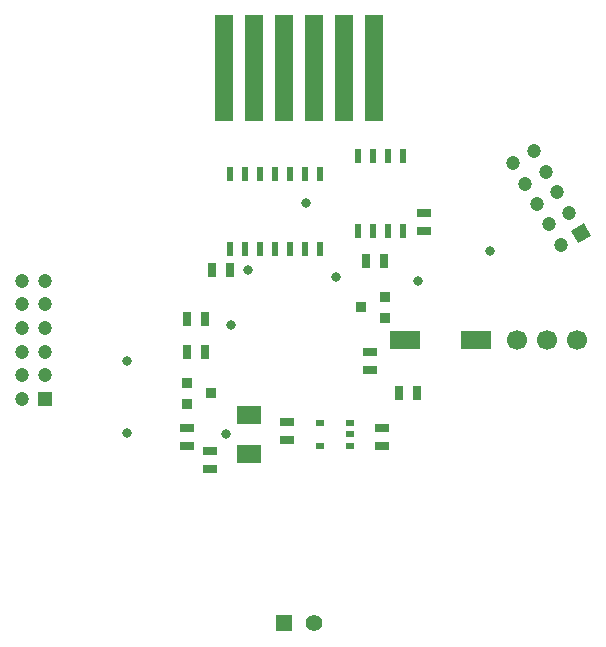
<source format=gbr>
%FSLAX46Y46*%
G04 Gerber Fmt 4.6, Leading zero omitted, Abs format (unit mm)*
G04 Created by KiCad (PCBNEW (2014-jul-16 BZR unknown)-product) date Thu 07 Aug 2014 17:34:48 CST*
%MOMM*%
G01*
G04 APERTURE LIST*
%ADD10C,0.150000*%
%ADD11R,2.032000X1.524000*%
%ADD12R,0.508000X1.143000*%
%ADD13R,0.762000X0.508000*%
%ADD14R,1.397000X1.397000*%
%ADD15C,1.397000*%
%ADD16C,1.700000*%
%ADD17R,0.635000X1.143000*%
%ADD18R,1.143000X0.635000*%
%ADD19R,2.500000X1.500000*%
%ADD20C,1.200000*%
%ADD21R,1.200000X1.200000*%
%ADD22R,1.500000X9.000000*%
%ADD23R,0.914400X0.914400*%
%ADD24C,0.800000*%
G04 APERTURE END LIST*
D10*
D11*
X195750000Y-106349000D03*
X195750000Y-109651000D03*
D12*
X208805000Y-90775000D03*
X207535000Y-90775000D03*
X206265000Y-90775000D03*
X204995000Y-90775000D03*
X204995000Y-84425000D03*
X206265000Y-84425000D03*
X207535000Y-84425000D03*
X208805000Y-84425000D03*
D13*
X204270000Y-108952500D03*
X204270000Y-107047500D03*
X201730000Y-108952500D03*
X204270000Y-108000000D03*
X201730000Y-107047500D03*
D14*
X198730000Y-124000000D03*
D15*
X201270000Y-124000000D03*
D16*
X223500000Y-100000000D03*
X220960000Y-100000000D03*
X218420000Y-100000000D03*
D17*
X190488000Y-98250000D03*
X192012000Y-98250000D03*
D18*
X199000000Y-106988000D03*
X199000000Y-108512000D03*
X207000000Y-109012000D03*
X207000000Y-107488000D03*
D17*
X208488000Y-104500000D03*
X210012000Y-104500000D03*
D18*
X206000000Y-102512000D03*
X206000000Y-100988000D03*
D17*
X205638000Y-93300000D03*
X207162000Y-93300000D03*
D18*
X192500000Y-110962000D03*
X192500000Y-109438000D03*
X190500000Y-107438000D03*
X190500000Y-108962000D03*
D17*
X190488000Y-101000000D03*
X192012000Y-101000000D03*
D19*
X209000000Y-100000000D03*
X215000000Y-100000000D03*
D20*
X178500000Y-101000000D03*
X178500000Y-103000000D03*
D21*
X178500000Y-105000000D03*
D20*
X178500000Y-99000000D03*
X178500000Y-97000000D03*
X178500000Y-95000000D03*
X176500000Y-95000000D03*
X176500000Y-97000000D03*
X176500000Y-99000000D03*
X176500000Y-101000000D03*
X176500000Y-103000000D03*
X176500000Y-105000000D03*
X221866025Y-87500000D03*
X222866025Y-89232051D03*
D10*
G36*
X224685640Y-91183717D02*
X223646410Y-91783717D01*
X223046410Y-90744487D01*
X224085640Y-90144487D01*
X224685640Y-91183717D01*
X224685640Y-91183717D01*
G37*
D20*
X220866025Y-85767949D03*
X219866025Y-84035898D03*
X218133975Y-85035898D03*
X219133975Y-86767949D03*
X220133975Y-88500000D03*
X221133975Y-90232051D03*
X222133975Y-91964102D03*
D22*
X203810000Y-77000000D03*
X201270000Y-77000000D03*
X198730000Y-77000000D03*
X196190000Y-77000000D03*
X193650000Y-77000000D03*
X206350000Y-77000000D03*
D23*
X207266000Y-96361000D03*
X207266000Y-98139000D03*
X205234000Y-97250000D03*
X190484000Y-105389000D03*
X190484000Y-103611000D03*
X192516000Y-104500000D03*
D12*
X194190000Y-92302000D03*
X195460000Y-92302000D03*
X196730000Y-92302000D03*
X198000000Y-92302000D03*
X199270000Y-92302000D03*
X200540000Y-92302000D03*
X201810000Y-92302000D03*
X201810000Y-85952000D03*
X200540000Y-85952000D03*
X198000000Y-85952000D03*
X196730000Y-85952000D03*
X195460000Y-85952000D03*
X194190000Y-85952000D03*
X199270000Y-85952000D03*
D18*
X210600000Y-90762000D03*
X210600000Y-89238000D03*
D17*
X192638000Y-94100000D03*
X194162000Y-94100000D03*
D24*
X185400000Y-101800000D03*
X200600000Y-88400000D03*
X194200000Y-98700000D03*
X193800000Y-108000000D03*
X185400000Y-107900000D03*
X195700000Y-94100000D03*
X216200000Y-92500000D03*
X210100000Y-95000000D03*
X203100000Y-94700000D03*
M02*

</source>
